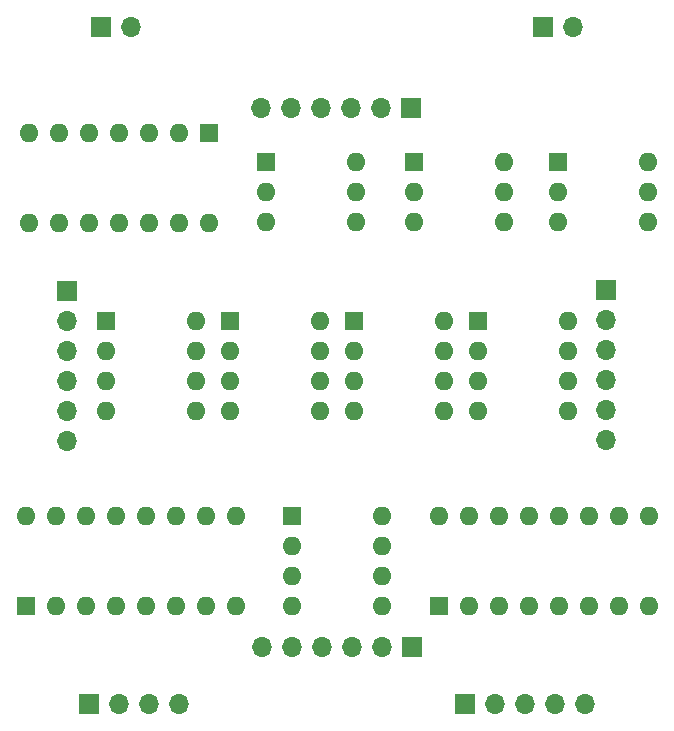
<source format=gbr>
%TF.GenerationSoftware,KiCad,Pcbnew,7.0.1*%
%TF.CreationDate,2023-08-30T09:27:46-04:00*%
%TF.ProjectId,TacTile-D,54616354-696c-4652-9d44-2e6b69636164,rev?*%
%TF.SameCoordinates,Original*%
%TF.FileFunction,Soldermask,Top*%
%TF.FilePolarity,Negative*%
%FSLAX46Y46*%
G04 Gerber Fmt 4.6, Leading zero omitted, Abs format (unit mm)*
G04 Created by KiCad (PCBNEW 7.0.1) date 2023-08-30 09:27:46*
%MOMM*%
%LPD*%
G01*
G04 APERTURE LIST*
%ADD10R,1.700000X1.700000*%
%ADD11O,1.700000X1.700000*%
%ADD12R,1.600000X1.600000*%
%ADD13O,1.600000X1.600000*%
G04 APERTURE END LIST*
D10*
%TO.C,J1*%
X32200000Y-48675000D03*
D11*
X32200000Y-51215000D03*
X32200000Y-53755000D03*
X32200000Y-56295000D03*
X32200000Y-58835000D03*
X32200000Y-61375000D03*
%TD*%
D12*
%TO.C,U7*%
X35450000Y-51250000D03*
D13*
X35450000Y-53790000D03*
X35450000Y-56330000D03*
X35450000Y-58870000D03*
X43070000Y-58870000D03*
X43070000Y-56330000D03*
X43070000Y-53790000D03*
X43070000Y-51250000D03*
%TD*%
D10*
%TO.C,J2*%
X61325000Y-33200000D03*
D11*
X58785000Y-33200000D03*
X56245000Y-33200000D03*
X53705000Y-33200000D03*
X51165000Y-33200000D03*
X48625000Y-33200000D03*
%TD*%
D12*
%TO.C,U3*%
X28650000Y-75350000D03*
D13*
X31190000Y-75350000D03*
X33730000Y-75350000D03*
X36270000Y-75350000D03*
X38810000Y-75350000D03*
X41350000Y-75350000D03*
X43890000Y-75350000D03*
X46430000Y-75350000D03*
X46430000Y-67730000D03*
X43890000Y-67730000D03*
X41350000Y-67730000D03*
X38810000Y-67730000D03*
X36270000Y-67730000D03*
X33730000Y-67730000D03*
X31190000Y-67730000D03*
X28650000Y-67730000D03*
%TD*%
D10*
%TO.C,J3*%
X77825000Y-48650000D03*
D11*
X77825000Y-51190000D03*
X77825000Y-53730000D03*
X77825000Y-56270000D03*
X77825000Y-58810000D03*
X77825000Y-61350000D03*
%TD*%
D10*
%TO.C,J7*%
X35000000Y-26375000D03*
D11*
X37540000Y-26375000D03*
%TD*%
D12*
%TO.C,U1*%
X66950000Y-51200000D03*
D13*
X66950000Y-53740000D03*
X66950000Y-56280000D03*
X66950000Y-58820000D03*
X74570000Y-58820000D03*
X74570000Y-56280000D03*
X74570000Y-53740000D03*
X74570000Y-51200000D03*
%TD*%
D12*
%TO.C,U6*%
X44175000Y-35300000D03*
D13*
X41635000Y-35300000D03*
X39095000Y-35300000D03*
X36555000Y-35300000D03*
X34015000Y-35300000D03*
X31475000Y-35300000D03*
X28935000Y-35300000D03*
X28935000Y-42920000D03*
X31475000Y-42920000D03*
X34015000Y-42920000D03*
X36555000Y-42920000D03*
X39095000Y-42920000D03*
X41635000Y-42920000D03*
X44175000Y-42920000D03*
%TD*%
D10*
%TO.C,J5*%
X34000000Y-83625000D03*
D11*
X36540000Y-83625000D03*
X39080000Y-83625000D03*
X41620000Y-83625000D03*
%TD*%
D10*
%TO.C,J8*%
X72460000Y-26375000D03*
D11*
X75000000Y-26375000D03*
%TD*%
D12*
%TO.C,U8*%
X49000000Y-37750000D03*
D13*
X49000000Y-40290000D03*
X49000000Y-42830000D03*
X56620000Y-42830000D03*
X56620000Y-40290000D03*
X56620000Y-37750000D03*
%TD*%
D12*
%TO.C,U5*%
X46000000Y-51250000D03*
D13*
X46000000Y-53790000D03*
X46000000Y-56330000D03*
X46000000Y-58870000D03*
X53620000Y-58870000D03*
X53620000Y-56330000D03*
X53620000Y-53790000D03*
X53620000Y-51250000D03*
%TD*%
D10*
%TO.C,J4*%
X61350000Y-78825000D03*
D11*
X58810000Y-78825000D03*
X56270000Y-78825000D03*
X53730000Y-78825000D03*
X51190000Y-78825000D03*
X48650000Y-78825000D03*
%TD*%
D12*
%TO.C,U2*%
X51250000Y-67750000D03*
D13*
X51250000Y-70290000D03*
X51250000Y-72830000D03*
X51250000Y-75370000D03*
X58870000Y-75370000D03*
X58870000Y-72830000D03*
X58870000Y-70290000D03*
X58870000Y-67750000D03*
%TD*%
D10*
%TO.C,J6*%
X65840000Y-83625000D03*
D11*
X68380000Y-83625000D03*
X70920000Y-83625000D03*
X73460000Y-83625000D03*
X76000000Y-83625000D03*
%TD*%
D12*
%TO.C,U10*%
X73750000Y-37750000D03*
D13*
X73750000Y-40290000D03*
X73750000Y-42830000D03*
X81370000Y-42830000D03*
X81370000Y-40290000D03*
X81370000Y-37750000D03*
%TD*%
D12*
%TO.C,U4*%
X63650000Y-75350000D03*
D13*
X66190000Y-75350000D03*
X68730000Y-75350000D03*
X71270000Y-75350000D03*
X73810000Y-75350000D03*
X76350000Y-75350000D03*
X78890000Y-75350000D03*
X81430000Y-75350000D03*
X81430000Y-67730000D03*
X78890000Y-67730000D03*
X76350000Y-67730000D03*
X73810000Y-67730000D03*
X71270000Y-67730000D03*
X68730000Y-67730000D03*
X66190000Y-67730000D03*
X63650000Y-67730000D03*
%TD*%
D12*
%TO.C,U9*%
X61500000Y-37750000D03*
D13*
X61500000Y-40290000D03*
X61500000Y-42830000D03*
X69120000Y-42830000D03*
X69120000Y-40290000D03*
X69120000Y-37750000D03*
%TD*%
D12*
%TO.C,U11*%
X56450000Y-51250000D03*
D13*
X56450000Y-53790000D03*
X56450000Y-56330000D03*
X56450000Y-58870000D03*
X64070000Y-58870000D03*
X64070000Y-56330000D03*
X64070000Y-53790000D03*
X64070000Y-51250000D03*
%TD*%
M02*

</source>
